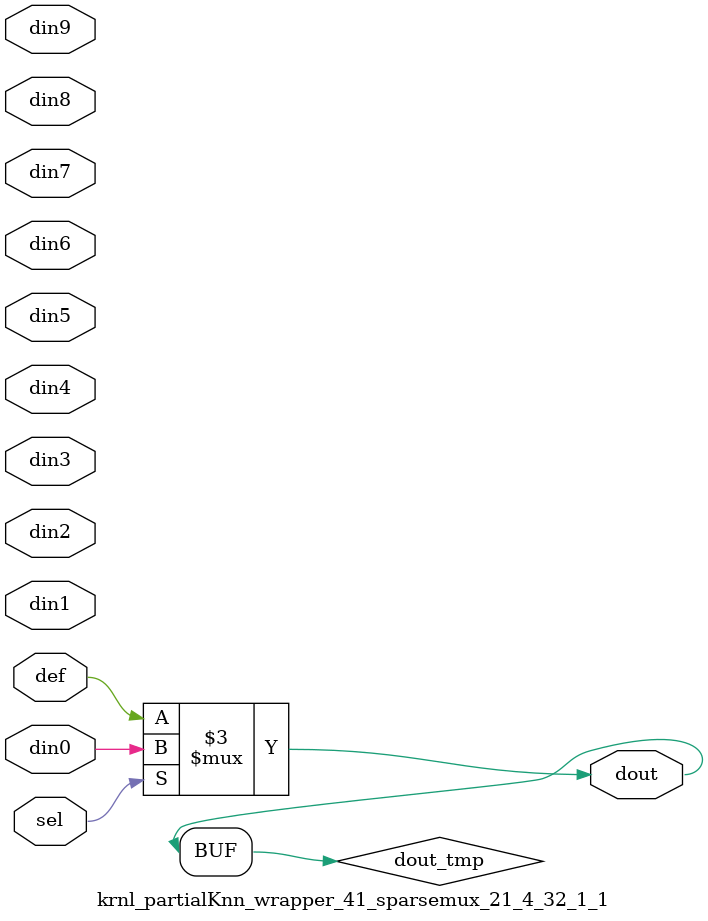
<source format=v>
`timescale 1ns / 1ps

module krnl_partialKnn_wrapper_41_sparsemux_21_4_32_1_1 (din0,din1,din2,din3,din4,din5,din6,din7,din8,din9,def,sel,dout);

parameter din0_WIDTH = 1;

parameter din1_WIDTH = 1;

parameter din2_WIDTH = 1;

parameter din3_WIDTH = 1;

parameter din4_WIDTH = 1;

parameter din5_WIDTH = 1;

parameter din6_WIDTH = 1;

parameter din7_WIDTH = 1;

parameter din8_WIDTH = 1;

parameter din9_WIDTH = 1;

parameter def_WIDTH = 1;
parameter sel_WIDTH = 1;
parameter dout_WIDTH = 1;

parameter [sel_WIDTH-1:0] CASE0 = 1;

parameter [sel_WIDTH-1:0] CASE1 = 1;

parameter [sel_WIDTH-1:0] CASE2 = 1;

parameter [sel_WIDTH-1:0] CASE3 = 1;

parameter [sel_WIDTH-1:0] CASE4 = 1;

parameter [sel_WIDTH-1:0] CASE5 = 1;

parameter [sel_WIDTH-1:0] CASE6 = 1;

parameter [sel_WIDTH-1:0] CASE7 = 1;

parameter [sel_WIDTH-1:0] CASE8 = 1;

parameter [sel_WIDTH-1:0] CASE9 = 1;

parameter ID = 1;
parameter NUM_STAGE = 1;



input [din0_WIDTH-1:0] din0;

input [din1_WIDTH-1:0] din1;

input [din2_WIDTH-1:0] din2;

input [din3_WIDTH-1:0] din3;

input [din4_WIDTH-1:0] din4;

input [din5_WIDTH-1:0] din5;

input [din6_WIDTH-1:0] din6;

input [din7_WIDTH-1:0] din7;

input [din8_WIDTH-1:0] din8;

input [din9_WIDTH-1:0] din9;

input [def_WIDTH-1:0] def;
input [sel_WIDTH-1:0] sel;

output [dout_WIDTH-1:0] dout;



reg [dout_WIDTH-1:0] dout_tmp;

always @ (*) begin
case (sel)
    
    CASE0 : dout_tmp = din0;
    
    CASE1 : dout_tmp = din1;
    
    CASE2 : dout_tmp = din2;
    
    CASE3 : dout_tmp = din3;
    
    CASE4 : dout_tmp = din4;
    
    CASE5 : dout_tmp = din5;
    
    CASE6 : dout_tmp = din6;
    
    CASE7 : dout_tmp = din7;
    
    CASE8 : dout_tmp = din8;
    
    CASE9 : dout_tmp = din9;
    
    default : dout_tmp = def;
endcase
end


assign dout = dout_tmp;



endmodule

</source>
